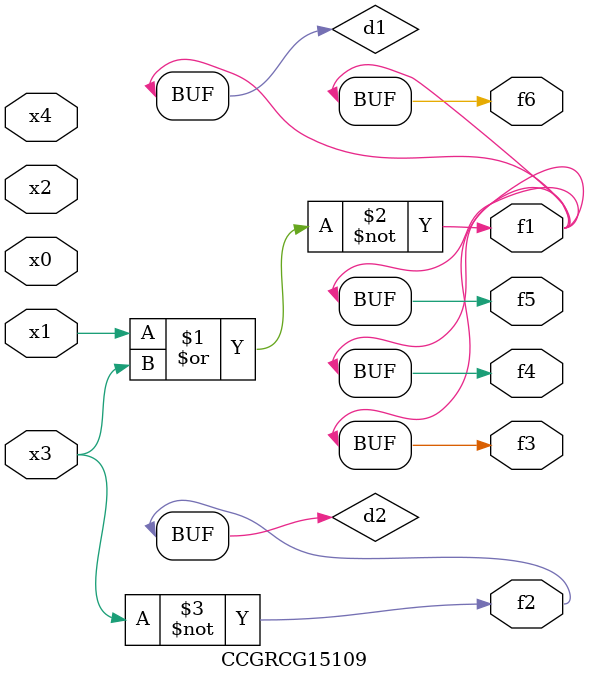
<source format=v>
module CCGRCG15109(
	input x0, x1, x2, x3, x4,
	output f1, f2, f3, f4, f5, f6
);

	wire d1, d2;

	nor (d1, x1, x3);
	not (d2, x3);
	assign f1 = d1;
	assign f2 = d2;
	assign f3 = d1;
	assign f4 = d1;
	assign f5 = d1;
	assign f6 = d1;
endmodule

</source>
